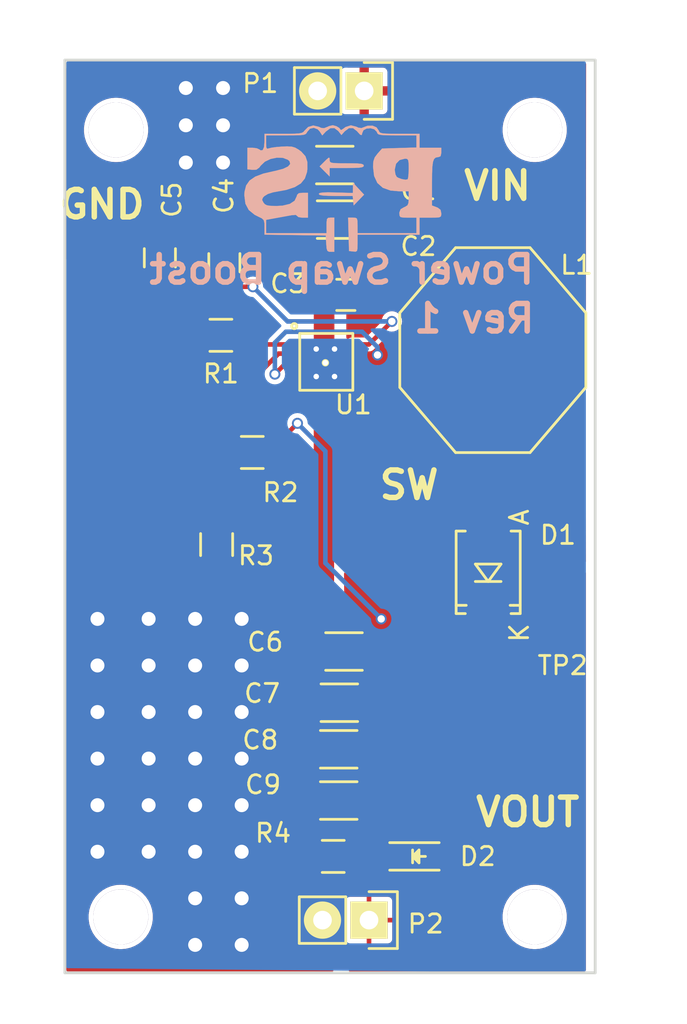
<source format=kicad_pcb>
(kicad_pcb (version 20221018) (generator pcbnew)
  (layers (0 "F.Cu" signal) (31 "B.Cu" signal) (34 "B.Paste" user) (35 "F.Paste" user) (36 "B.SilkS" user "B.Silkscreen") (37 "F.SilkS" user "F.Silkscreen") (38 "B.Mask" user) (39 "F.Mask" user) (44 "Edge.Cuts" user))
  (net 0 "")
  (net 1 "GND")
  (net 2 "Net-(C4-Pad1)")
  (net 3 "Net-(C5-Pad1)")
  (net 4 "Net-(R1-Pad1)")
  (net 5 "Net-(R2-Pad2)")
  (net 6 "/SW")
  (net 7 "/Vin")
  (net 8 "/Vout")
  (net 9 "Net-(D2-Pad1)")
  (footprint "Capacitors_SMD:C_1206_HandSoldering" (layer "F.Cu") (at 119.89308 61.60516 180)
    (fp_text reference "C1" (at -4.56692 -1.38684 180) (layer "F.SilkS"))
    (fp_text value "10U")
    (fp_line (start -1 1.025) (end 1 1.025) (stroke (width 0.15)) (layer "F.SilkS"))
    (fp_line (start 1 -1.025) (end -1 -1.025) (stroke (width 0.15)) (layer "F.SilkS"))
    (pad "1" smd rect (at -2 0 180) (size 2 1.6) (layers "F.Cu" "F.Paste" "F.Mask") (net 7 "/Vin"))
    (pad "2" smd rect (at 2 0 180) (size 2 1.6) (layers "F.Cu" "F.Paste" "F.Mask") (net 1 "GND"))
  )
  (footprint "Capacitors_SMD:C_1206_HandSoldering" (layer "F.Cu") (at 119.93728 64.58204 180)
    (fp_text reference "C2" (at -4.52272 -1.45796 180) (layer "F.SilkS"))
    (fp_text value "10U")
    (fp_line (start -1 1.025) (end 1 1.025) (stroke (width 0.15)) (layer "F.SilkS"))
    (fp_line (start 1 -1.025) (end -1 -1.025) (stroke (width 0.15)) (layer "F.SilkS"))
    (pad "1" smd rect (at -2 0 180) (size 2 1.6) (layers "F.Cu" "F.Paste" "F.Mask") (net 7 "/Vin"))
    (pad "2" smd rect (at 2 0 180) (size 2 1.6) (layers "F.Cu" "F.Paste" "F.Mask") (net 1 "GND"))
  )
  (footprint "Capacitors_SMD:C_0805_HandSoldering" (layer "F.Cu") (at 120.4976 68.68668 180)
    (fp_text reference "C3" (at 3.1496 0.61468 180) (layer "F.SilkS"))
    (fp_text value "1U")
    (fp_line (start -0.5 0.85) (end 0.5 0.85) (stroke (width 0.15)) (layer "F.SilkS"))
    (fp_line (start 0.5 -0.85) (end -0.5 -0.85) (stroke (width 0.15)) (layer "F.SilkS"))
    (pad "1" smd rect (at -1.25 0 180) (size 1.5 1.25) (layers "F.Cu" "F.Paste" "F.Mask") (net 7 "/Vin"))
    (pad "2" smd rect (at 1.25 0 180) (size 1.5 1.25) (layers "F.Cu" "F.Paste" "F.Mask") (net 1 "GND"))
  )
  (footprint "Capacitors_SMD:C_0805_HandSoldering" (layer "F.Cu") (at 113.86312 66.9344 90)
    (fp_text reference "C4" (at 3.6522 -0.0254 90) (layer "F.SilkS"))
    (fp_text value "100nF")
    (fp_line (start -0.5 0.85) (end 0.5 0.85) (stroke (width 0.15)) (layer "F.SilkS"))
    (fp_line (start 0.5 -0.85) (end -0.5 -0.85) (stroke (width 0.15)) (layer "F.SilkS"))
    (pad "1" smd rect (at -1.25 0 90) (size 1.5 1.25) (layers "F.Cu" "F.Paste" "F.Mask") (net 2 "Net-(C4-Pad1)"))
    (pad "2" smd rect (at 1.25 0 90) (size 1.5 1.25) (layers "F.Cu" "F.Paste" "F.Mask") (net 1 "GND"))
  )
  (footprint "Capacitors_SMD:C_0805_HandSoldering" (layer "F.Cu") (at 110.34268 66.66516 90)
    (fp_text reference "C5" (at 3.16516 0.65532 270) (layer "F.SilkS"))
    (fp_text value "820pF")
    (fp_line (start -0.5 0.85) (end 0.5 0.85) (stroke (width 0.15)) (layer "F.SilkS"))
    (fp_line (start 0.5 -0.85) (end -0.5 -0.85) (stroke (width 0.15)) (layer "F.SilkS"))
    (pad "1" smd rect (at -1.25 0 90) (size 1.5 1.25) (layers "F.Cu" "F.Paste" "F.Mask") (net 3 "Net-(C5-Pad1)"))
    (pad "2" smd rect (at 1.25 0 90) (size 1.5 1.25) (layers "F.Cu" "F.Paste" "F.Mask") (net 1 "GND"))
  )
  (footprint "Capacitors_SMD:C_1206_HandSoldering" (layer "F.Cu") (at 120.396 88.138 180)
    (fp_text reference "C6" (at 4.30124 0.51816 180) (layer "F.SilkS"))
    (fp_text value "10U")
    (fp_line (start -1 1.025) (end 1 1.025) (stroke (width 0.15)) (layer "F.SilkS"))
    (fp_line (start 1 -1.025) (end -1 -1.025) (stroke (width 0.15)) (layer "F.SilkS"))
    (pad "1" smd rect (at -2 0 180) (size 2 1.6) (layers "F.Cu" "F.Paste" "F.Mask") (net 8 "/Vout"))
    (pad "2" smd rect (at 2 0 180) (size 2 1.6) (layers "F.Cu" "F.Paste" "F.Mask") (net 1 "GND"))
  )
  (footprint "Capacitors_SMD:C_1206_HandSoldering" (layer "F.Cu") (at 120.142 90.932 180)
    (fp_text reference "C7" (at 4.21488 0.508 180) (layer "F.SilkS"))
    (fp_text value "10U")
    (fp_line (start -1 1.025) (end 1 1.025) (stroke (width 0.15)) (layer "F.SilkS"))
    (fp_line (start 1 -1.025) (end -1 -1.025) (stroke (width 0.15)) (layer "F.SilkS"))
    (pad "1" smd rect (at -2 0 180) (size 2 1.6) (layers "F.Cu" "F.Paste" "F.Mask") (net 8 "/Vout"))
    (pad "2" smd rect (at 2 0 180) (size 2 1.6) (layers "F.Cu" "F.Paste" "F.Mask") (net 1 "GND"))
  )
  (footprint "Capacitors_SMD:C_1206_HandSoldering" (layer "F.Cu") (at 120.11 93.472 180)
    (fp_text reference "C8" (at 4.286 0.508 180) (layer "F.SilkS"))
    (fp_text value "10U")
    (fp_line (start -1 1.025) (end 1 1.025) (stroke (width 0.15)) (layer "F.SilkS"))
    (fp_line (start 1 -1.025) (end -1 -1.025) (stroke (width 0.15)) (layer "F.SilkS"))
    (pad "1" smd rect (at -2 0 180) (size 2 1.6) (layers "F.Cu" "F.Paste" "F.Mask") (net 8 "/Vout"))
    (pad "2" smd rect (at 2 0 180) (size 2 1.6) (layers "F.Cu" "F.Paste" "F.Mask") (net 1 "GND"))
  )
  (footprint "Capacitors_SMD:C_1206_HandSoldering" (layer "F.Cu") (at 120.11 96.266 180)
    (fp_text reference "C9" (at 4.1336 0.8636 180) (layer "F.SilkS"))
    (fp_text value "10U")
    (fp_line (start -1 1.025) (end 1 1.025) (stroke (width 0.15)) (layer "F.SilkS"))
    (fp_line (start 1 -1.025) (end -1 -1.025) (stroke (width 0.15)) (layer "F.SilkS"))
    (pad "1" smd rect (at -2 0 180) (size 2 1.6) (layers "F.Cu" "F.Paste" "F.Mask") (net 8 "/Vout"))
    (pad "2" smd rect (at 2 0 180) (size 2 1.6) (layers "F.Cu" "F.Paste" "F.Mask") (net 1 "GND"))
  )
  (footprint "Diodes_SMD:SMA-SMB_Universal_Handsoldering" (layer "F.Cu") (at 128.27 83.82 90)
    (fp_text reference "D1" (at 2.032 3.81 180) (layer "F.SilkS"))
    (fp_text value "B340LA-13-F")
    (fp_text user "K" (at -3.3 1.7 90) (layer "F.SilkS"))
    (fp_text user "A" (at 2.99974 1.69926 90) (layer "F.SilkS"))
    (fp_line (start -2.25044 -1.75006) (end -2.25044 -1.39954) (stroke (width 0.15)) (layer "F.SilkS"))
    (fp_line (start -2.25044 -1.75006) (end 2.25044 -1.75006) (stroke (width 0.15)) (layer "F.SilkS"))
    (fp_line (start -2.25044 -1.39954) (end -2.25044 -1.24968) (stroke (width 0.15)) (layer "F.SilkS"))
    (fp_line (start -2.25044 1.39954) (end -2.25044 1.24968) (stroke (width 0.15)) (layer "F.SilkS"))
    (fp_line (start -2.25044 1.75006) (end -2.25044 1.39954) (stroke (width 0.15)) (layer "F.SilkS"))
    (fp_line (start -2.25044 1.75006) (end 2.25044 1.75006) (stroke (width 0.15)) (layer "F.SilkS"))
    (fp_line (start -1.79914 -1.75006) (end -1.79914 -1.39954) (stroke (width 0.15)) (layer "F.SilkS"))
    (fp_line (start -1.79914 -1.34874) (end -1.79914 -1.19888) (stroke (width 0.15)) (layer "F.SilkS"))
    (fp_line (start -1.79914 1.39954) (end -1.79914 1.19888) (stroke (width 0.15)) (layer "F.SilkS"))
    (fp_line (start -1.79914 1.75006) (end -1.79914 1.39954) (stroke (width 0.15)) (layer "F.SilkS"))
    (fp_line (start -0.49958 -0.70104) (end -0.49958 0.70104) (stroke (width 0.15)) (layer "F.SilkS"))
    (fp_line (start -0.49958 0) (end 0.45038 -0.70104) (stroke (width 0.15)) (layer "F.SilkS"))
    (fp_line (start 0.45038 -0.70104) (end 0.45038 0.70104) (stroke (width 0.15)) (layer "F.SilkS"))
    (fp_line (start 0.45038 0.70104) (end -0.49958 0) (stroke (width 0.15)) (layer "F.SilkS"))
    (fp_line (start 2.25044 -1.75006) (end 2.25044 -1.39954) (stroke (width 0.15)) (layer "F.SilkS"))
    (fp_line (start 2.25044 -1.39954) (end 2.25044 -1.24968) (stroke (width 0.15)) (layer "F.SilkS"))
    (fp_line (start 2.25044 1.34874) (end 2.25044 1.24968) (stroke (width 0.15)) (layer "F.SilkS"))
    (fp_line (start 2.25044 1.75006) (end 2.25044 1.39954) (stroke (width 0.15)) (layer "F.SilkS"))
    (pad "1" smd trapezoid (at -2.90068 0 90) (size 3.60172 1.69926) (rect_delta 0.59944 0) (layers "F.Cu" "F.Paste" "F.Mask") (net 8 "/Vout"))
    (pad "2" smd trapezoid (at 2.90068 0 270) (size 3.60172 1.69926) (rect_delta 0.59944 0) (layers "F.Cu" "F.Paste" "F.Mask") (net 6 "/SW"))
  )
  (footprint "Boost:SRU1048" (layer "F.Cu") (at 128.524 71.7 -90)
    (fp_text reference "L1" (at -4.644 -4.572) (layer "F.SilkS"))
    (fp_text value "SRU1048")
    (fp_line (start -5.588 -2.032) (end -2.032 -5.08) (stroke (width 0.15)) (layer "F.SilkS"))
    (fp_line (start -5.588 2.032) (end -5.588 -2.032) (stroke (width 0.15)) (layer "F.SilkS"))
    (fp_line (start -2.032 -5.08) (end 2.032 -5.08) (stroke (width 0.15)) (layer "F.SilkS"))
    (fp_line (start -2.032 5.08) (end -5.588 2.032) (stroke (width 0.15)) (layer "F.SilkS"))
    (fp_line (start 2.032 -5.08) (end 5.588 -2.032) (stroke (width 0.15)) (layer "F.SilkS"))
    (fp_line (start 2.032 5.08) (end -2.032 5.08) (stroke (width 0.15)) (layer "F.SilkS"))
    (fp_line (start 5.588 -2.032) (end 5.588 2.032) (stroke (width 0.15)) (layer "F.SilkS"))
    (fp_line (start 5.588 2.032) (end 2.032 5.08) (stroke (width 0.15)) (layer "F.SilkS"))
    (pad "1" smd rect (at -4.5 0 270) (size 1.8 3.6) (layers "F.Cu" "F.Paste" "F.Mask") (net 7 "/Vin"))
    (pad "2" smd rect (at 4.5 0 270) (size 1.8 3.6) (layers "F.Cu" "F.Paste" "F.Mask") (net 6 "/SW"))
  )
  (footprint "Pin_Headers:Pin_Header_Straight_1x02" (layer "F.Cu") (at 121.49836 57.56148 -90)
    (fp_text reference "P1" (at -0.41148 5.67436) (layer "F.SilkS"))
    (fp_text value "CONN_01X02")
    (fp_line (start -1.55 -1.55) (end 1.55 -1.55) (stroke (width 0.15)) (layer "F.SilkS"))
    (fp_line (start -1.55 0) (end -1.55 -1.55) (stroke (width 0.15)) (layer "F.SilkS"))
    (fp_line (start -1.27 1.27) (end -1.27 3.81) (stroke (width 0.15)) (layer "F.SilkS"))
    (fp_line (start -1.27 3.81) (end 1.27 3.81) (stroke (width 0.15)) (layer "F.SilkS"))
    (fp_line (start 1.27 1.27) (end -1.27 1.27) (stroke (width 0.15)) (layer "F.SilkS"))
    (fp_line (start 1.27 1.27) (end 1.27 3.81) (stroke (width 0.15)) (layer "F.SilkS"))
    (fp_line (start 1.55 -1.55) (end 1.55 0) (stroke (width 0.15)) (layer "F.SilkS"))
    (pad "1" thru_hole rect (at 0 0 270) (size 2.032 2.032) (drill 1.016) (layers "*.Cu" "*.Mask" "F.SilkS") (net 7 "/Vin"))
    (pad "2" thru_hole oval (at 0 2.54 270) (size 2.032 2.032) (drill 1.016) (layers "*.Cu" "*.Mask" "F.SilkS") (net 1 "GND"))
  )
  (footprint "Pin_Headers:Pin_Header_Straight_1x02" (layer "F.Cu") (at 121.76252 102.78872 -90)
    (fp_text reference "P2" (at 0.2032 -3.09372) (layer "F.SilkS"))
    (fp_text value "CONN_01X02")
    (fp_line (start -1.55 -1.55) (end 1.55 -1.55) (stroke (width 0.15)) (layer "F.SilkS"))
    (fp_line (start -1.55 0) (end -1.55 -1.55) (stroke (width 0.15)) (layer "F.SilkS"))
    (fp_line (start -1.27 1.27) (end -1.27 3.81) (stroke (width 0.15)) (layer "F.SilkS"))
    (fp_line (start -1.27 3.81) (end 1.27 3.81) (stroke (width 0.15)) (layer "F.SilkS"))
    (fp_line (start 1.27 1.27) (end -1.27 1.27) (stroke (width 0.15)) (layer "F.SilkS"))
    (fp_line (start 1.27 1.27) (end 1.27 3.81) (stroke (width 0.15)) (layer "F.SilkS"))
    (fp_line (start 1.55 -1.55) (end 1.55 0) (stroke (width 0.15)) (layer "F.SilkS"))
    (pad "1" thru_hole rect (at 0 0 270) (size 2.032 2.032) (drill 1.016) (layers "*.Cu" "*.Mask" "F.SilkS") (net 8 "/Vout"))
    (pad "2" thru_hole oval (at 0 2.54 270) (size 2.032 2.032) (drill 1.016) (layers "*.Cu" "*.Mask" "F.SilkS") (net 1 "GND"))
  )
  (footprint "Resistors_SMD:R_0805_HandSoldering" (layer "F.Cu") (at 113.67388 70.8914 180)
    (fp_text reference "R1" (at 0 -2.1 180) (layer "F.SilkS"))
    (fp_text value "57K6")
    (fp_line (start -0.6 -0.875) (end 0.6 -0.875) (stroke (width 0.15)) (layer "F.SilkS"))
    (fp_line (start 0.6 0.875) (end -0.6 0.875) (stroke (width 0.15)) (layer "F.SilkS"))
    (pad "1" smd rect (at -1.35 0 180) (size 1.5 1.3) (layers "F.Cu" "F.Paste" "F.Mask") (net 4 "Net-(R1-Pad1)"))
    (pad "2" smd rect (at 1.35 0 180) (size 1.5 1.3) (layers "F.Cu" "F.Paste" "F.Mask") (net 3 "Net-(C5-Pad1)"))
  )
  (footprint "Resistors_SMD:R_0805_HandSoldering" (layer "F.Cu") (at 115.38712 77.28204 180)
    (fp_text reference "R2" (at -1.53924 -2.1844 180) (layer "F.SilkS"))
    (fp_text value "150K")
    (fp_line (start -0.6 -0.875) (end 0.6 -0.875) (stroke (width 0.15)) (layer "F.SilkS"))
    (fp_line (start 0.6 0.875) (end -0.6 0.875) (stroke (width 0.15)) (layer "F.SilkS"))
    (pad "1" smd rect (at -1.35 0 180) (size 1.5 1.3) (layers "F.Cu" "F.Paste" "F.Mask") (net 8 "/Vout"))
    (pad "2" smd rect (at 1.35 0 180) (size 1.5 1.3) (layers "F.Cu" "F.Paste" "F.Mask") (net 5 "Net-(R2-Pad2)"))
  )
  (footprint "Resistors_SMD:R_0805_HandSoldering" (layer "F.Cu") (at 113.44148 82.30616 -90)
    (fp_text reference "R3" (at 0.60452 -2.14884) (layer "F.SilkS"))
    (fp_text value "39K")
    (fp_line (start -0.6 -0.875) (end 0.6 -0.875) (stroke (width 0.15)) (layer "F.SilkS"))
    (fp_line (start 0.6 0.875) (end -0.6 0.875) (stroke (width 0.15)) (layer "F.SilkS"))
    (pad "1" smd rect (at -1.35 0 270) (size 1.5 1.3) (layers "F.Cu" "F.Paste" "F.Mask") (net 5 "Net-(R2-Pad2)"))
    (pad "2" smd rect (at 1.35 0 270) (size 1.5 1.3) (layers "F.Cu" "F.Paste" "F.Mask") (net 1 "GND"))
  )
  (footprint "Measurement_Points:Measurement_Point_Square-SMD-Pad_Big" (layer "F.Cu") (at 125.73 59.69)
    (fp_text reference "TP1" hide)
    (fp_text value "CONN_01X01")
    (pad "1" smd rect (at 0 0) (size 2.99974 2.99974) (layers "F.Cu" "F.Paste" "F.Mask") (net 7 "/Vin"))
  )
  (footprint "Measurement_Points:Measurement_Point_Square-SMD-Pad_Big" (layer "F.Cu") (at 130.302 91.694)
    (fp_text reference "TP2" (at 2.032 -2.794) (layer "F.SilkS"))
    (fp_text value "CONN_01X01")
    (pad "1" smd rect (at 0 0) (size 2.99974 2.99974) (layers "F.Cu" "F.Paste" "F.Mask") (net 8 "/Vout"))
  )
  (footprint "Boost:TPS61087" (layer "F.Cu") (at 119.38 72.39 -90)
    (fp_text reference "U1" (at 2.286 -1.524) (layer "F.SilkS"))
    (fp_text value "TPS61087")
    (fp_line (start -1.6 -1.5) (end -1.6 1.4) (stroke (width 0.15)) (layer "F.SilkS"))
    (fp_line (start -1.6 1.4) (end 1.5 1.4) (stroke (width 0.15)) (layer "F.SilkS"))
    (fp_line (start 1.5 -1.5) (end -1.6 -1.5) (stroke (width 0.15)) (layer "F.SilkS"))
    (fp_line (start 1.5 1.4) (end 1.5 -1.5) (stroke (width 0.15)) (layer "F.SilkS"))
    (fp_circle (center -2 1.7) (end -1.9 1.8) (stroke (width 0.15)) (fill none) (layer "F.SilkS"))
    (pad "1" smd oval (at -1 1.475 270) (size 0.28 0.85) (layers "F.Cu" "F.Paste" "F.Mask") (net 4 "Net-(R1-Pad1)"))
    (pad "2" smd oval (at -0.5 1.475 270) (size 0.28 0.85) (layers "F.Cu" "F.Paste" "F.Mask") (net 5 "Net-(R2-Pad2)"))
    (pad "3" smd oval (at 0 1.475 270) (size 0.28 0.85) (layers "F.Cu" "F.Paste" "F.Mask") (net 7 "/Vin"))
    (pad "4" smd oval (at 0.5 1.475 270) (size 0.28 0.85) (layers "F.Cu" "F.Paste" "F.Mask") (net 1 "GND"))
    (pad "5" smd oval (at 1 1.475 270) (size 0.28 0.85) (layers "F.Cu" "F.Paste" "F.Mask") (net 1 "GND"))
    (pad "6" smd oval (at 1 -1.475 270) (size 0.28 0.85) (layers "F.Cu" "F.Paste" "F.Mask") (net 6 "/SW"))
    (pad "7" smd oval (at 0.5 -1.475 270) (size 0.28 0.85) (layers "F.Cu" "F.Paste" "F.Mask") (net 6 "/SW"))
    (pad "8" smd oval (at 0 -1.475 270) (size 0.28 0.85) (layers "F.Cu" "F.Paste" "F.Mask") (net 7 "/Vin"))
    (pad "9" smd oval (at -0.5 -1.475 270) (size 0.28 0.85) (layers "F.Cu" "F.Paste" "F.Mask") (net 7 "/Vin"))
    (pad "10" smd oval (at -1 -1.475 270) (size 0.28 0.85) (layers "F.Cu" "F.Paste" "F.Mask") (net 2 "Net-(C4-Pad1)"))
    (pad "11" smd rect (at -1.55 -0.25 270) (size 0.7 0.28) (layers "F.Cu" "F.Paste" "F.Mask") (net 1 "GND"))
    (pad "11" smd rect (at -1.55 0.25 270) (size 0.7 0.28) (layers "F.Cu" "F.Paste" "F.Mask") (net 1 "GND"))
    (pad "11" thru_hole circle (at -0.75 -0.5 270) (size 0.4 0.4) (drill 0.3) (layers "*.Cu") (net 1 "GND"))
    (pad "11" thru_hole circle (at -0.75 0.5 270) (size 0.4 0.4) (drill 0.3) (layers "*.Cu") (net 1 "GND") (clearance 0.1524))
    (pad "11" thru_hole circle (at 0 0 270) (size 0.4 0.4) (drill 0.3) (layers "*.Cu" "*.Mask" "F.SilkS") (net 1 "GND"))
    (pad "11" smd rect (at 0 0 270) (size 2.4 1.65) (layers "F.Cu" "F.Paste" "F.Mask") (net 1 "GND"))
    (pad "11" thru_hole circle (at 0.75 -0.5 270) (size 0.4 0.4) (drill 0.3) (layers "*.Cu") (net 1 "GND"))
    (pad "11" thru_hole circle (at 0.75 0.5 270) (size 0.4 0.4) (drill 0.3) (layers "*.Cu") (net 1 "GND"))
    (pad "11" smd rect (at 1.55 -0.25 270) (size 0.7 0.28) (layers "F.Cu" "F.Paste" "F.Mask") (net 1 "GND"))
    (pad "11" smd rect (at 1.55 0.25 270) (size 0.7 0.28) (layers "F.Cu" "F.Paste" "F.Mask") (net 1 "GND"))
  )
  (footprint "Boost:STITCH-VIA" (layer "F.Cu") (at 111.76 57.404)
    (fp_text reference "REF**111121" hide)
    (fp_text value "STITCH-VIA" hide)
    (pad "1" thru_hole circle (at 0 0) (size 1.524 1.524) (drill 0.762) (layers "*.Cu") (net 1 "GND"))
  )
  (footprint "Boost:STITCH-VIA" (layer "F.Cu") (at 113.792 57.404)
    (fp_text reference "REF**111131" hide)
    (fp_text value "STITCH-VIA" hide)
    (pad "1" thru_hole circle (at 0 0) (size 1.524 1.524) (drill 0.762) (layers "*.Cu") (net 1 "GND"))
  )
  (footprint "Boost:STITCH-VIA" (layer "F.Cu") (at 111.76 59.436)
    (fp_text reference "REF**111122" hide)
    (fp_text value "STITCH-VIA" hide)
    (pad "1" thru_hole circle (at 0 0) (size 1.524 1.524) (drill 0.762) (layers "*.Cu") (net 1 "GND"))
  )
  (footprint "Boost:STITCH-VIA" (layer "F.Cu") (at 113.792 59.436)
    (fp_text reference "REF**111132" hide)
    (fp_text value "STITCH-VIA" hide)
    (pad "1" thru_hole circle (at 0 0) (size 1.524 1.524) (drill 0.762) (layers "*.Cu") (net 1 "GND"))
  )
  (footprint "Boost:STITCH-VIA" (layer "F.Cu") (at 111.76 61.468)
    (fp_text reference "REF**111123" hide)
    (fp_text value "STITCH-VIA" hide)
    (pad "1" thru_hole circle (at 0 0) (size 1.524 1.524) (drill 0.762) (layers "*.Cu") (net 1 "GND"))
  )
  (footprint "Boost:STITCH-VIA" (layer "F.Cu") (at 113.792 61.468)
    (fp_text reference "REF**111133" hide)
    (fp_text value "STITCH-VIA" hide)
    (pad "1" thru_hole circle (at 0 0) (size 1.524 1.524) (drill 0.762) (layers "*.Cu") (net 1 "GND"))
  )
  (footprint "Boost:STITCH-VIA" (layer "F.Cu") (at 109.728 86.36)
    (fp_text reference "REF**1111111" hide)
    (fp_text value "STITCH-VIA" hide)
    (pad "1" thru_hole circle (at 0 0) (size 1.524 1.524) (drill 0.762) (layers "*.Cu") (net 1 "GND"))
  )
  (footprint "Boost:STITCH-VIA" (layer "F.Cu") (at 112.268 86.36)
    (fp_text reference "REF**1111121" hide)
    (fp_text value "STITCH-VIA" hide)
    (pad "1" thru_hole circle (at 0 0) (size 1.524 1.524) (drill 0.762) (layers "*.Cu") (net 1 "GND"))
  )
  (footprint "Boost:STITCH-VIA" (layer "F.Cu") (at 114.808 86.36)
    (fp_text reference "REF**1111131" hide)
    (fp_text value "STITCH-VIA" hide)
    (pad "1" thru_hole circle (at 0 0) (size 1.524 1.524) (drill 0.762) (layers "*.Cu") (net 1 "GND"))
  )
  (footprint "Boost:STITCH-VIA" (layer "F.Cu") (at 109.728 88.9)
    (fp_text reference "REF**1111112" hide)
    (fp_text value "STITCH-VIA" hide)
    (pad "1" thru_hole circle (at 0 0) (size 1.524 1.524) (drill 0.762) (layers "*.Cu") (net 1 "GND"))
  )
  (footprint "Boost:STITCH-VIA" (layer "F.Cu") (at 112.268 88.9)
    (fp_text reference "REF**1111122" hide)
    (fp_text value "STITCH-VIA" hide)
    (pad "1" thru_hole circle (at 0 0) (size 1.524 1.524) (drill 0.762) (layers "*.Cu") (net 1 "GND"))
  )
  (footprint "Boost:STITCH-VIA" (layer "F.Cu") (at 114.808 88.9)
    (fp_text reference "REF**1111132" hide)
    (fp_text value "STITCH-VIA" hide)
    (pad "1" thru_hole circle (at 0 0) (size 1.524 1.524) (drill 0.762) (layers "*.Cu") (net 1 "GND"))
  )
  (footprint "Boost:STITCH-VIA" (layer "F.Cu") (at 109.728 91.44)
    (fp_text reference "REF**1111113" hide)
    (fp_text value "STITCH-VIA" hide)
    (pad "1" thru_hole circle (at 0 0) (size 1.524 1.524) (drill 0.762) (layers "*.Cu") (net 1 "GND"))
  )
  (footprint "Boost:STITCH-VIA" (layer "F.Cu") (at 112.268 91.44)
    (fp_text reference "REF**1111123" hide)
    (fp_text value "STITCH-VIA" hide)
    (pad "1" thru_hole circle (at 0 0) (size 1.524 1.524) (drill 0.762) (layers "*.Cu") (net 1 "GND"))
  )
  (footprint "Boost:STITCH-VIA" (layer "F.Cu") (at 114.808 91.44)
    (fp_text reference "REF**1111133" hide)
    (fp_text value "STITCH-VIA" hide)
    (pad "1" thru_hole circle (at 0 0) (size 1.524 1.524) (drill 0.762) (layers "*.Cu") (net 1 "GND"))
  )
  (footprint "Boost:STITCH-VIA" (layer "F.Cu") (at 109.728 93.98)
    (fp_text reference "REF**1111114" hide)
    (fp_text value "STITCH-VIA" hide)
    (pad "1" thru_hole circle (at 0 0) (size 1.524 1.524) (drill 0.762) (layers "*.Cu") (net 1 "GND"))
  )
  (footprint "Boost:STITCH-VIA" (layer "F.Cu") (at 112.268 93.98)
    (fp_text reference "REF**1111124" hide)
    (fp_text value "STITCH-VIA" hide)
    (pad "1" thru_hole circle (at 0 0) (size 1.524 1.524) (drill 0.762) (layers "*.Cu") (net 1 "GND"))
  )
  (footprint "Boost:STITCH-VIA" (layer "F.Cu") (at 114.808 93.98)
    (fp_text reference "REF**1111134" hide)
    (fp_text value "STITCH-VIA" hide)
    (pad "1" thru_hole circle (at 0 0) (size 1.524 1.524) (drill 0.762) (layers "*.Cu") (net 1 "GND"))
  )
  (footprint "Boost:STITCH-VIA" (layer "F.Cu") (at 109.728 96.52)
    (fp_text reference "REF**1111115" hide)
    (fp_text value "STITCH-VIA" hide)
    (pad "1" thru_hole circle (at 0 0) (size 1.524 1.524) (drill 0.762) (layers "*.Cu") (net 1 "GND"))
  )
  (footprint "Boost:STITCH-VIA" (layer "F.Cu") (at 112.268 96.52)
    (fp_text reference "REF**1111125" hide)
    (fp_text value "STITCH-VIA" hide)
    (pad "1" thru_hole circle (at 0 0) (size 1.524 1.524) (drill 0.762) (layers "*.Cu") (net 1 "GND"))
  )
  (footprint "Boost:STITCH-VIA" (layer "F.Cu") (at 114.808 96.52)
    (fp_text reference "REF**1111135" hide)
    (fp_text value "STITCH-VIA" hide)
    (pad "1" thru_hole circle (at 0 0) (size 1.524 1.524) (drill 0.762) (layers "*.Cu") (net 1 "GND"))
  )
  (footprint "Boost:STITCH-VIA" (layer "F.Cu") (at 109.728 99.06)
    (fp_text reference "REF**1111116" hide)
    (fp_text value "STITCH-VIA" hide)
    (pad "1" thru_hole circle (at 0 0) (size 1.524 1.524) (drill 0.762) (layers "*.Cu") (net 1 "GND"))
  )
  (footprint "Boost:STITCH-VIA" (layer "F.Cu") (at 112.268 99.06)
    (fp_text reference "REF**1111126" hide)
    (fp_text value "STITCH-VIA" hide)
    (pad "1" thru_hole circle (at 0 0) (size 1.524 1.524) (drill 0.762) (layers "*.Cu") (net 1 "GND"))
  )
  (footprint "Boost:STITCH-VIA" (layer "F.Cu") (at 114.808 99.06)
    (fp_text reference "REF**1111136" hide)
    (fp_text value "STITCH-VIA" hide)
    (pad "1" thru_hole circle (at 0 0) (size 1.524 1.524) (drill 0.762) (layers "*.Cu") (net 1 "GND"))
  )
  (footprint "Boost:STITCH-VIA" (layer "F.Cu") (at 112.268 101.6)
    (fp_text reference "REF**1111127" hide)
    (fp_text value "STITCH-VIA" hide)
    (pad "1" thru_hole circle (at 0 0) (size 1.524 1.524) (drill 0.762) (layers "*.Cu") (net 1 "GND"))
  )
  (footprint "Boost:STITCH-VIA" (layer "F.Cu") (at 114.808 101.6)
    (fp_text reference "REF**1111137" hide)
    (fp_text value "STITCH-VIA" hide)
    (pad "1" thru_hole circle (at 0 0) (size 1.524 1.524) (drill 0.762) (layers "*.Cu") (net 1 "GND"))
  )
  (footprint "Boost:STITCH-VIA" (layer "F.Cu") (at 112.268 104.14)
    (fp_text reference "REF**1111128" hide)
    (fp_text value "STITCH-VIA" hide)
    (pad "1" thru_hole circle (at 0 0) (size 1.524 1.524) (drill 0.762) (layers "*.Cu") (net 1 "GND"))
  )
  (footprint "Boost:STITCH-VIA" (layer "F.Cu") (at 114.808 104.14)
    (fp_text reference "REF**1111138" hide)
    (fp_text value "STITCH-VIA" hide)
    (pad "1" thru_hole circle (at 0 0) (size 1.524 1.524) (drill 0.762) (layers "*.Cu") (net 1 "GND"))
  )
  (footprint "Mounting_Holes:MountingHole_3mm" (layer "F.Cu") (at 130.81 102.616)
    (fp_text reference "REF**" hide)
    (fp_text value "MountingHole_3mm")
    (pad "" thru_hole circle (at 0 0) (size 3 3) (drill 3) (layers))
  )
  (footprint "Mounting_Holes:MountingHole_3mm" (layer "F.Cu") (at 130.81 59.69)
    (fp_text reference "REF**" hide)
    (fp_text value "MountingHole_3mm")
    (pad "" thru_hole circle (at 0 0) (size 3 3) (drill 3) (layers))
  )
  (footprint "Mounting_Holes:MountingHole_3mm" (layer "F.Cu") (at 107.95 59.69)
    (fp_text reference "REF**" hide)
    (fp_text value "MountingHole_3mm")
    (pad "" thru_hole circle (at 0 0) (size 3 3) (drill 3) (layers))
  )
  (footprint "Mounting_Holes:MountingHole_3mm" (layer "F.Cu") (at 108.204 102.616)
    (fp_text reference "REF**" hide)
    (fp_text value "MountingHole_3mm")
    (pad "" thru_hole circle (at 0 0) (size 3 3) (drill 3) (layers))
  )
  (footprint "Boost:STITCH-VIA" (layer "F.Cu") (at 106.934 86.36)
    (fp_text reference "REF**1111111" hide)
    (fp_text value "STITCH-VIA" hide)
    (pad "1" thru_hole circle (at 0 0) (size 1.524 1.524) (drill 0.762) (layers "*.Cu") (net 1 "GND"))
  )
  (footprint "Boost:STITCH-VIA" (layer "F.Cu") (at 106.934 91.44)
    (fp_text reference "REF**1111113" hide)
    (fp_text value "STITCH-VIA" hide)
    (pad "1" thru_hole circle (at 0 0) (size 1.524 1.524) (drill 0.762) (layers "*.Cu") (net 1 "GND"))
  )
  (footprint "Boost:STITCH-VIA" (layer "F.Cu") (at 106.934 88.9)
    (fp_text reference "REF**1111112" hide)
    (fp_text value "STITCH-VIA" hide)
    (pad "1" thru_hole circle (at 0 0) (size 1.524 1.524) (drill 0.762) (layers "*.Cu") (net 1 "GND"))
  )
  (footprint "Boost:STITCH-VIA" (layer "F.Cu") (at 106.934 99.06)
    (fp_text reference "REF**1111116" hide)
    (fp_text value "STITCH-VIA" hide)
    (pad "1" thru_hole circle (at 0 0) (size 1.524 1.524) (drill 0.762) (layers "*.Cu") (net 1 "GND"))
  )
  (footprint "Boost:STITCH-VIA" (layer "F.Cu") (at 106.934 96.52)
    (fp_text reference "REF**1111115" hide)
    (fp_text value "STITCH-VIA" hide)
    (pad "1" thru_hole circle (at 0 0) (size 1.524 1.524) (drill 0.762) (layers "*.Cu") (net 1 "GND"))
  )
  (footprint "Boost:STITCH-VIA" (layer "F.Cu") (at 106.934 93.98)
    (fp_text reference "REF**1111114" hide)
    (fp_text value "STITCH-VIA" hide)
    (pad "1" thru_hole circle (at 0 0) (size 1.524 1.524) (drill 0.762) (layers "*.Cu") (net 1 "GND"))
  )
  (footprint "LEDs:LED-0805" (layer "F.Cu") (at 124.49302 99.314)
    (fp_text reference "D2" (at 3.20548 0) (layer "F.SilkS"))
    (fp_text value "LED")
    (fp_line (start -1.6 -0.75) (end 1.1 -0.75) (stroke (width 0.15)) (layer "F.SilkS"))
    (fp_line (start -1.6 0.75) (end 1.1 0.75) (stroke (width 0.15)) (layer "F.SilkS"))
    (fp_line (start -0.35 -0.35) (end -0.35 0.35) (stroke (width 0.15)) (layer "F.SilkS"))
    (fp_line (start -0.35 0) (end 0 -0.35) (stroke (width 0.15)) (layer "F.SilkS"))
    (fp_line (start -0.1 -0.1) (end -0.25 0.05) (stroke (width 0.15)) (layer "F.SilkS"))
    (fp_line (start -0.1 0.15) (end -0.1 -0.1) (stroke (width 0.15)) (layer "F.SilkS"))
    (fp_line (start 0 -0.35) (end 0 0.35) (stroke (width 0.15)) (layer "F.SilkS"))
    (fp_line (start 0 0) (end 0.35 0) (stroke (width 0.15)) (layer "F.SilkS"))
    (fp_line (start 0 0.35) (end -0.35 0) (stroke (width 0.15)) (layer "F.SilkS"))
    (pad "1" smd rect (at -1.04902 0 180) (size 1.19888 1.19888) (layers "F.Cu" "F.Paste" "F.Mask") (net 9 "Net-(D2-Pad1)"))
    (pad "2" smd rect (at 1.04902 0 180) (size 1.19888 1.19888) (layers "F.Cu" "F.Paste" "F.Mask") (net 8 "/Vout"))
  )
  (footprint "Resistors_SMD:R_0805_HandSoldering" (layer "F.Cu") (at 119.808 99.314 180)
    (fp_text reference "R4" (at 3.2855 1.27 180) (layer "F.SilkS"))
    (fp_text value "500")
    (fp_line (start -0.6 -0.875) (end 0.6 -0.875) (stroke (width 0.15)) (layer "F.SilkS"))
    (fp_line (start 0.6 0.875) (end -0.6 0.875) (stroke (width 0.15)) (layer "F.SilkS"))
    (pad "1" smd rect (at -1.35 0 180) (size 1.5 1.3) (layers "F.Cu" "F.Paste" "F.Mask") (net 9 "Net-(D2-Pad1)"))
    (pad "2" smd rect (at 1.35 0 180) (size 1.5 1.3) (layers "F.Cu" "F.Paste" "F.Mask") (net 1 "GND"))
  )
  (footprint "Boost:PS" (layer "B.Cu") (at 120.2055 62.865 180)
    (fp_text reference "G***" hide)
    (fp_text value "LOGO" hide)
    (fp_poly (pts (xy -0.679625 0.015885) (xy -0.677334 -0.264563) (xy 0.254172 -0.238115) (xy 0.686807 -0.230852) (xy 0.971975 -0.239433) (xy 1.13096 -0.265671) (xy 1.185046 -0.311379) (xy 1.185505 -0.3175) (xy 1.136033 -0.367405) (xy 0.974908 -0.400203) (xy 0.682775 -0.418106) (xy 0.259364 -0.423333) (xy -0.666605 -0.423333) (xy -0.719667 -0.942929) (xy -1.003491 -0.649001) (xy -1.287316 -0.355073) (xy -0.984616 -0.02937) (xy -0.681916 0.296334) (xy -0.679625 0.015885)) (stroke (width 0.01)) (fill solid) (layer "B.SilkS"))
    (fp_poly (pts (xy 0.767041 1.556813) (xy 0.866205 1.458872) (xy 1.139743 1.185334) (xy 0.866205 0.911795) (xy 0.592666 0.638257) (xy 0.592666 1.100667) (xy -0.338667 1.100667) (xy -0.755544 1.104295) (xy -1.030034 1.117618) (xy -1.188975 1.144295) (xy -1.259207 1.187988) (xy -1.27 1.227667) (xy -1.243398 1.284514) (xy -1.145698 1.321944) (xy -0.950061 1.343618) (xy -0.62965 1.353195) (xy -0.338667 1.354667) (xy 0.068119 1.356136) (xy 0.335018 1.364522) (xy 0.491473 1.385796) (xy 0.566928 1.425931) (xy 0.590826 1.490896) (xy 0.592666 1.543539) (xy 0.601685 1.649292) (xy 0.649455 1.656922) (xy 0.767041 1.556813)) (stroke (width 0.01)) (fill solid) (layer "B.SilkS"))
    (fp_poly (pts (xy 0.622484 3.382286) (xy 0.694258 3.348581) (xy 0.893756 3.269701) (xy 1.054636 3.284926) (xy 1.189102 3.346283) (xy 1.487946 3.416689) (xy 1.76744 3.333763) (xy 1.965042 3.135773) (xy 2.023502 3.063125) (xy 2.111939 3.01425) (xy 2.261213 2.984502) (xy 2.502188 2.969238) (xy 2.865726 2.96381) (xy 3.110699 2.963334) (xy 4.148666 2.963334) (xy 4.148666 2.544997) (xy 4.174597 2.241654) (xy 4.247159 2.074567) (xy 4.358509 2.056078) (xy 4.426977 2.107111) (xy 4.57227 2.17281) (xy 4.79302 2.2013) (xy 4.8006 2.201334) (xy 5.08 2.201334) (xy 5.08 1.026729) (xy 4.804833 1.000198) (xy 4.591815 1.01029) (xy 4.439212 1.118976) (xy 4.357799 1.227667) (xy 4.131379 1.444078) (xy 3.820609 1.592109) (xy 3.474643 1.664199) (xy 3.142631 1.65279) (xy 2.873725 1.550321) (xy 2.784086 1.469723) (xy 2.743855 1.322302) (xy 2.862602 1.181344) (xy 3.129973 1.053563) (xy 3.535613 0.945675) (xy 3.616293 0.930033) (xy 4.211853 0.793701) (xy 4.65547 0.626366) (xy 4.963611 0.414659) (xy 5.152745 0.145212) (xy 5.23934 -0.195345) (xy 5.249333 -0.395592) (xy 5.191618 -0.846828) (xy 5.009106 -1.191872) (xy 4.687751 -1.452632) (xy 4.516301 -1.538634) (xy 4.297154 -1.644306) (xy 4.188893 -1.747996) (xy 4.152423 -1.911402) (xy 4.148666 -2.118838) (xy 4.148666 -2.53642) (xy 2.4765 -2.559376) (xy 0.804333 -2.582333) (xy 0.778742 -3.026833) (xy 0.756666 -3.286523) (xy 0.714583 -3.418981) (xy 0.630447 -3.466296) (xy 0.545908 -3.471333) (xy 0.338666 -3.471333) (xy 0.338666 -1.608666) (xy 0.550333 -1.608666) (xy 0.675955 -1.622391) (xy 0.738625 -1.692437) (xy 0.759994 -1.862106) (xy 0.762 -2.032) (xy 0.762 -2.455333) (xy 4.064 -2.455333) (xy 4.064 -1.728153) (xy 3.4925 -1.624229) (xy 3.152891 -1.562516) (xy 2.839662 -1.505668) (xy 2.645833 -1.470555) (xy 2.44034 -1.458762) (xy 2.370666 -1.514736) (xy 2.29627 -1.57681) (xy 2.113323 -1.607851) (xy 2.074333 -1.608666) (xy 1.778 -1.608666) (xy 1.778 -0.254) (xy 2.068444 -0.254) (xy 2.275829 -0.276652) (xy 2.368005 -0.363841) (xy 2.385944 -0.436005) (xy 2.503893 -0.685736) (xy 2.766747 -0.860603) (xy 3.165417 -0.956169) (xy 3.487249 -0.973666) (xy 3.811026 -0.966941) (xy 4.010651 -0.939101) (xy 4.131031 -0.878648) (xy 4.207056 -0.789372) (xy 4.282148 -0.641197) (xy 4.242331 -0.524246) (xy 4.160975 -0.435642) (xy 3.964158 -0.315204) (xy 3.678281 -0.22591) (xy 3.583269 -0.209349) (xy 2.965317 -0.096178) (xy 2.497846 0.056414) (xy 2.164316 0.259956) (xy 1.948187 0.525977) (xy 1.832919 0.866005) (xy 1.811306 1.025793) (xy 1.812394 1.433276) (xy 1.915894 1.73968) (xy 2.142833 1.992421) (xy 2.287233 2.098858) (xy 2.472994 2.206683) (xy 2.661388 2.261967) (xy 2.912756 2.276125) (xy 3.175 2.266827) (xy 3.495039 2.241692) (xy 3.761743 2.20572) (xy 3.915833 2.167203) (xy 4.006257 2.146) (xy 4.050206 2.21561) (xy 4.063572 2.410505) (xy 4.064 2.488609) (xy 4.064 2.878667) (xy 2.98341 2.878667) (xy 2.538007 2.880091) (xy 2.232384 2.887585) (xy 2.036992 2.905986) (xy 1.922281 2.940129) (xy 1.858702 2.994848) (xy 1.819243 3.069167) (xy 1.667418 3.243173) (xy 1.457223 3.290824) (xy 1.245326 3.210027) (xy 1.137851 3.094359) (xy 0.995099 2.876492) (xy 0.797926 3.089246) (xy 0.559754 3.266459) (xy 0.33257 3.27589) (xy 0.121497 3.117456) (xy 0.107591 3.100247) (xy -0.051108 2.898494) (xy -0.230815 3.100247) (xy -0.459905 3.270509) (xy -0.687308 3.272633) (xy -0.902964 3.106763) (xy -0.916207 3.090334) (xy -1.073258 2.918234) (xy -1.160501 2.894565) (xy -1.185334 3.002688) (xy -1.254277 3.160114) (xy -1.423805 3.249824) (xy -1.637967 3.268681) (xy -1.840813 3.213547) (xy -1.976391 3.081282) (xy -1.98973 3.047804) (xy -2.023774 2.977224) (xy -2.09226 2.929527) (xy -2.224225 2.900272) (xy -2.448705 2.885022) (xy -2.794735 2.879336) (xy -3.096039 2.878667) (xy -4.148667 2.878667) (xy -4.148667 2.216316) (xy -2.271753 2.159) (xy -2.024877 1.882498) (xy -1.869379 1.67573) (xy -1.79633 1.46303) (xy -1.778132 1.163913) (xy -1.778132 1.162831) (xy -1.836422 0.663595) (xy -2.013021 0.283788) (xy -2.31102 0.020507) (xy -2.73351 -0.129153) (xy -3.196167 -0.169201) (xy -3.725334 -0.169333) (xy -3.725334 -0.557687) (xy -3.714105 -0.802396) (xy -3.66011 -0.936292) (xy -3.532888 -1.017448) (xy -3.471334 -1.041916) (xy -3.28372 -1.150436) (xy -3.219493 -1.316168) (xy -3.217334 -1.373228) (xy -3.226747 -1.507877) (xy -3.282738 -1.577968) (xy -3.426934 -1.604548) (xy -3.683 -1.608666) (xy -4.148667 -1.608666) (xy -4.148667 -2.455333) (xy -0.931334 -2.455333) (xy -0.931334 -2.032) (xy -0.92586 -1.781412) (xy -0.891765 -1.656455) (xy -0.802539 -1.61344) (xy -0.674469 -1.608666) (xy -0.417605 -1.608666) (xy -0.465667 -3.429) (xy -0.6985 -3.45579) (xy -0.830988 -3.462825) (xy -0.900332 -3.418599) (xy -0.926969 -3.284097) (xy -0.931333 -3.020304) (xy -0.931334 -3.01129) (xy -0.931334 -2.54) (xy -4.318 -2.54) (xy -4.318 -1.608666) (xy -4.910667 -1.608666) (xy -5.220151 -1.606164) (xy -5.397253 -1.588872) (xy -5.478924 -1.54211) (xy -5.502117 -1.451201) (xy -5.503334 -1.373228) (xy -5.462658 -1.183971) (xy -5.310013 -1.066821) (xy -5.249334 -1.041916) (xy -4.995334 -0.946042) (xy -4.995334 0.272046) (xy -4.999457 0.797049) (xy -5.011248 1.072445) (xy -3.725334 1.072445) (xy -3.717261 0.785343) (xy -3.696223 0.570376) (xy -3.670431 0.48132) (xy -3.549925 0.458282) (xy -3.352165 0.491347) (xy -3.152747 0.563744) (xy -3.069167 0.614709) (xy -3.000044 0.748184) (xy -2.964575 0.971168) (xy -2.963334 1.021567) (xy -3.032034 1.329193) (xy -3.224135 1.532071) (xy -3.51864 1.608544) (xy -3.532506 1.608667) (xy -3.637387 1.595963) (xy -3.695248 1.532169) (xy -3.719943 1.378767) (xy -3.725323 1.097233) (xy -3.725334 1.072445) (xy -5.011248 1.072445) (xy -5.01568 1.175945) (xy -5.049786 1.431842) (xy -5.107555 1.587848) (xy -5.19477 1.667071) (xy -5.317211 1.69262) (xy -5.350934 1.693334) (xy -5.464781 1.742524) (xy -5.502858 1.913328) (xy -5.503334 1.947334) (xy -5.503334 2.201334) (xy -4.318 2.201334) (xy -4.318 2.963334) (xy -3.227209 2.963334) (xy -2.778613 2.965051) (xy -2.471118 2.972991) (xy -2.2765 2.991341) (xy -2.166539 3.024287) (xy -2.113013 3.076014) (xy -2.092402 3.131648) (xy -1.967122 3.313845) (xy -1.743447 3.408761) (xy -1.476696 3.400143) (xy -1.343786 3.351596) (xy -1.144378 3.2753) (xy -0.979121 3.29657) (xy -0.866391 3.349011) (xy -0.566817 3.424605) (xy -0.276675 3.332385) (xy -0.148167 3.23653) (xy -0.036304 3.167438) (xy 0 3.190621) (xy 0.068749 3.282942) (xy 0.220065 3.375088) (xy 0.420418 3.430698) (xy 0.622484 3.382286)) (stroke (width 0.01)) (fill solid) (layer "B.SilkS"))
  )
  (gr_line (start 134.112 55.88) (end 105.156 55.88) (stroke (width 0.15)) (layer "Edge.Cuts"))
  (gr_line (start 105.156 105.664) (end 134.112 105.664) (stroke (width 0.15)) (layer "Edge.Cuts"))
  (gr_line (start 105.156 55.88) (end 105.156 105.664) (stroke (width 0.15)) (layer "Edge.Cuts"))
  (gr_line (start 134.112 105.664) (end 134.112 55.88) (stroke (width 0.15)) (layer "Edge.Cuts"))
  (gr_text "Rev 1" (at 127.508 69.977) (layer "B.SilkS") (effects (font (size 1.5 1.5) (thickness 0.3)) (justify mirror)))
  (gr_text "Power Swap Boost" (at 120.269 67.31) (layer "B.SilkS") (effects (font (size 1.5 1.5) (thickness 0.3)) (justify mirror)))
  (gr_text "VIN" (at 128.778 62.738) (layer "F.SilkS") (effects (font (size 1.5 1.5) (thickness 0.3))))
  (gr_text "GND" (at 107.188 63.754) (layer "F.SilkS") (effects (font (size 1.5 1.5) (thickness 0.3))))
  (gr_text "SW" (at 123.952 79.0575) (layer "F.SilkS") (effects (font (size 1.5 1.5) (thickness 0.3))))
  (gr_text "VOUT" (at 130.429 96.901) (layer "F.SilkS") (effects (font (size 1.5 1.5) (thickness 0.3))))
  (segment (start 120.855 71.39) (end 121.75668 71.39) (width 0.25) (layer "F.Cu") (net 2))
  (segment (start 121.75668 71.39) (end 123.0122 70.13448) (width 0.25) (layer "F.Cu") (net 2))
  (segment (start 113.92344 68.24472) (end 113.86312 68.1844) (width 0.25) (layer "F.Cu") (net 2))
  (segment (start 115.42268 68.24472) (end 113.92344 68.24472) (width 0.25) (layer "F.Cu") (net 2))
  (via (at 123.0122 70.13448) (size 0.6) (drill 0.4) (layers "F.Cu" "B.Cu") (net 2))
  (via (at 115.42268 68.24472) (size 0.6) (drill 0.4) (layers "F.Cu" "B.Cu") (net 2))
  (segment (start 117.31244 70.13448) (end 115.42268 68.24472) (width 0.25) (layer "B.Cu") (net 2))
  (segment (start 123.0122 70.13448) (end 117.31244 70.13448) (width 0.25) (layer "B.Cu") (net 2))
  (segment (start 110.34268 69.18452) (end 110.34268 68.719306) (width 0.25) (layer "F.Cu") (net 3))
  (segment (start 110.34268 68.719306) (end 110.34268 67.91516) (width 0.25) (layer "F.Cu") (net 3))
  (segment (start 110.34268 69.9102) (end 110.34268 68.719306) (width 0.25) (layer "F.Cu") (net 3))
  (segment (start 112.32388 70.8914) (end 111.32388 70.8914) (width 0.25) (layer "F.Cu") (net 3))
  (segment (start 111.32388 70.8914) (end 110.34268 69.9102) (width 0.25) (layer "F.Cu") (net 3))
  (segment (start 115.52248 71.39) (end 115.02388 70.8914) (width 0.25) (layer "F.Cu") (net 4))
  (segment (start 117.62 71.39) (end 117.61924 71.38924) (width 0.25) (layer "F.Cu") (net 4))
  (segment (start 117.905 71.39) (end 117.62 71.39) (width 0.25) (layer "F.Cu") (net 4))
  (segment (start 117.905 71.39) (end 115.52248 71.39) (width 0.25) (layer "F.Cu") (net 4))
  (segment (start 114.03712 76.38204) (end 115.7986 74.62056) (width 0.25) (layer "F.Cu") (net 5))
  (segment (start 115.7986 74.62056) (end 115.7986 72.91832) (width 0.25) (layer "F.Cu") (net 5))
  (segment (start 113.44148 80.95616) (end 113.44148 77.87768) (width 0.25) (layer "F.Cu") (net 5))
  (segment (start 115.7986 72.91832) (end 116.82692 71.89) (width 0.25) (layer "F.Cu") (net 5))
  (segment (start 114.03712 77.28204) (end 114.03712 76.38204) (width 0.25) (layer "F.Cu") (net 5))
  (segment (start 113.44148 77.87768) (end 114.03712 77.28204) (width 0.25) (layer "F.Cu") (net 5))
  (segment (start 116.82692 71.89) (end 117.905 71.89) (width 0.25) (layer "F.Cu") (net 5))
  (segment (start 122.2248 71.96328) (end 120.92828 71.96328) (width 0.25) (layer "F.Cu") (net 7))
  (segment (start 120.92828 71.96328) (end 120.855 71.89) (width 0.25) (layer "F.Cu") (net 7))
  (segment (start 117.905 72.39) (end 117.24132 72.39) (width 0.25) (layer "F.Cu") (net 7))
  (segment (start 117.24132 72.39) (end 116.62156 73.00976) (width 0.25) (layer "F.Cu") (net 7))
  (via (at 116.62156 73.00976) (size 0.6) (drill 0.4) (layers "F.Cu" "B.Cu") (net 7))
  (via (at 122.2248 71.96328) (size 0.6) (drill 0.4) (layers "F.Cu" "B.Cu") (net 7))
  (segment (start 122.2248 71.53656) (end 122.2248 71.96328) (width 0.25) (layer "B.Cu") (net 7))
  (segment (start 121.3866 70.69836) (end 122.2248 71.53656) (width 0.25) (layer "B.Cu") (net 7))
  (segment (start 117.221 70.69836) (end 121.3866 70.69836) (width 0.25) (layer "B.Cu") (net 7))
  (segment (start 116.62156 73.00976) (end 116.62156 71.2978) (width 0.25) (layer "B.Cu") (net 7))
  (segment (start 116.62156 71.2978) (end 117.221 70.69836) (width 0.25) (layer "B.Cu") (net 7))
  (segment (start 116.73712 76.81088) (end 117.856 75.692) (width 0.25) (layer "F.Cu") (net 8))
  (segment (start 116.73712 77.28204) (end 116.73712 76.81088) (width 0.25) (layer "F.Cu") (net 8))
  (via (at 117.856 75.692) (size 0.6) (drill 0.4) (layers "F.Cu" "B.Cu") (net 8))
  (via (at 122.428 86.36) (size 0.6) (drill 0.4) (layers "F.Cu" "B.Cu") (net 8))
  (segment (start 119.38 83.312) (end 122.428 86.36) (width 0.25) (layer "B.Cu") (net 8))
  (segment (start 119.38 77.216) (end 119.38 83.312) (width 0.25) (layer "B.Cu") (net 8))
  (segment (start 117.856 75.692) (end 119.38 77.216) (width 0.25) (layer "B.Cu") (net 8))
  (segment (start 122 99.06) (end 121.746 99.314) (width 0.25) (layer "F.Cu") (net 9))
  (segment (start 121.158 99.314) (end 123.444 99.314) (width 0.25) (layer "F.Cu") (net 9))
  (zone (net 7) (net_name "/Vin") (layer "F.Cu") (connect_pads (clearance 0.254)) (min_thickness 0.1524) (fill yes (thermal_gap 0.254) (thermal_bridge_width 0.508))
    (polygon (pts (xy 120.52808 56.03748) (xy 120.523 72.50684) (xy 133.604 72.644) (xy 133.61924 56.02732) (xy 120.31472 56.13908)))
  )
  (zone (net 8) (net_name "/Vout") (layer "F.Cu") (connect_pads (clearance 0.254)) (min_thickness 0.1524) (fill yes (thermal_gap 0.254) (thermal_bridge_width 0.254))
    (polygon (pts (xy 120.396 83.82) (xy 120.64492 105.68432) (xy 133.604 105.664) (xy 133.604 83.78444)))
  )
  (zone (net 6) (net_name "/SW") (layer "F.Cu") (connect_pads (clearance 0.254)) (min_thickness 0.1524) (fill yes (thermal_gap 0.254) (thermal_bridge_width 0.254))
    (polygon (pts (xy 120.396 72.771) (xy 120.396 83.185) (xy 133.604 83.312) (xy 133.57352 72.92848)))
  )
  (zone (net 1) (net_name "GND") (layer "F.Cu") (connect_pads (clearance 0.254)) (min_thickness 0.1524) (fill yes (thermal_gap 0.254) (thermal_bridge_width 0.508))
    (polygon (pts (xy 119.888 56.515) (xy 119.83212 105.68432) (xy 105.156 105.664) (xy 105.156 82.55) (xy 118.73992 82.7532) (xy 118.745 73.66) (xy 117.348 73.66) (xy 117.348 72.771) (xy 118.745 72.771) (xy 118.745 66.675) (xy 105.156 66.802) (xy 105.156 56.261) (xy 119.507 56.134)))
  )
  (zone (net 1) (net_name "GND") (layer "B.Cu") (connect_pads yes (clearance 0.254)) (min_thickness 0.1524) (fill yes (thermal_gap 0.254) (thermal_bridge_width 0.508))
    (polygon (pts (xy 105.156 105.41) (xy 133.604 105.664) (xy 133.604 55.88) (xy 105.156 55.626)))
  )
)
</source>
